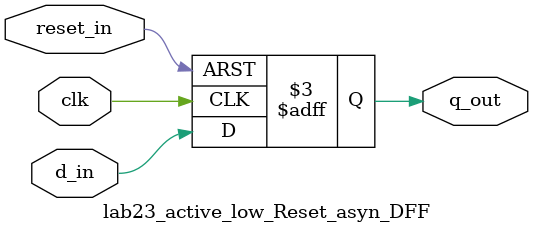
<source format=v>
`timescale 1ns / 1ps


module lab23_active_low_Reset_asyn_DFF(
                                        input d_in,
                                        input reset_in,
                                        input clk,
                                        output reg q_out
    );

always @(posedge clk or negedge reset_in)
    begin
        if(!reset_in)
            q_out <= 1'b0;
        else
            q_out <= d_in;   
    end

endmodule

</source>
